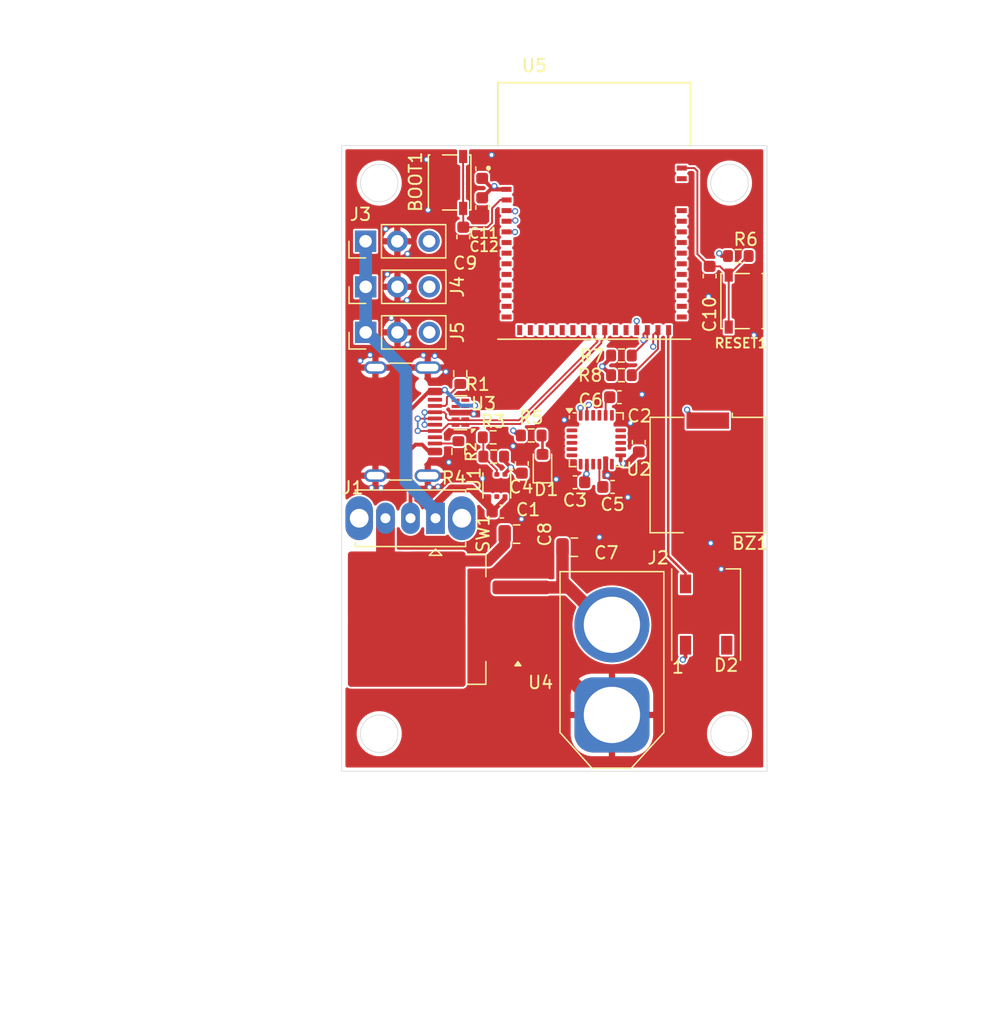
<source format=kicad_pcb>
(kicad_pcb (version 20240108) (generator "pcbnew") (generator_version "8.0")
  (layers (0 "F.Cu" signal) (1 "In1.Cu" power) (2 "In2.Cu" signal) (31 "B.Cu" power) (34 "B.Paste" user) (35 "F.Paste" user) (36 "B.SilkS" user "B.Silkscreen") (37 "F.SilkS" user "F.Silkscreen") (38 "B.Mask" user) (39 "F.Mask" user) (44 "Edge.Cuts" user))
  (net 0 "")
  (net 1 "GND")
  (net 2 "/GPIO47")
  (net 3 "+5V")
  (net 4 "+3V3")
  (net 5 "Net-(U2-REGOUT)")
  (net 6 "Net-(U2-CPOUT)")
  (net 7 "Net-(J2-Pin_2)")
  (net 8 "/5VBAT")
  (net 9 "/GPIO0")
  (net 10 "/ESP32_EN")
  (net 11 "Net-(D1-A)")
  (net 12 "/GPIO48")
  (net 15 "Net-(J1-CC2)")
  (net 16 "/5VUSB")
  (net 17 "/USB_N")
  (net 18 "/USB_P")
  (net 20 "Net-(J1-CC1)")
  (net 21 "/GPIO1")
  (net 22 "/GPIO2")
  (net 23 "/GPIO3")
  (net 24 "Net-(U1-FB)")
  (net 25 "/I2C_SDA")
  (net 26 "/I2C_SCL")
  (footprint "Resistor_SMD:R_0603_1608Metric" (layer "F.Cu") (at 154.35 90.2075)
    (property "Reference" "R5")
    (property "Value" "5.1k")
  )
  (footprint "LED_SMD:LED_WS2812B_PLCC4_5.0x5.0mm_P3.2mm" (layer "F.Cu") (at 168.33 104.52 90)
    (property "Reference" "D2")
    (property "Value" "WS2812B")
  )
  (footprint "Resistor_SMD:R_0603_1608Metric" (layer "F.Cu") (at 161.56 83.82 180)
    (property "Reference" "R7")
    (property "Value" "10k")
  )
  (footprint "Package_TO_SOT_SMD:TO-263-2" (layer "F.Cu") (at 145.9 104.89 180)
    (property "Reference" "U4")
    (property "Value" "LD0186D2T50TR")
  )
  (footprint "Package_DFN_QFN:Diodes_UDFN-10_1.0x2.5mm_P0.5mm" (layer "F.Cu") (at 148.6925 88.39 180)
    (property "Reference" "U3")
    (property "Value" "D3V3XA4B10LP")
  )
  (footprint "Resistor_SMD:R_0603_1608Metric" (layer "F.Cu") (at 170.9 75.87 180)
    (property "Reference" "R6")
    (property "Value" "10k")
  )
  (footprint "Capacitor_SMD:C_0805_2012Metric" (layer "F.Cu") (at 157.8 99.14)
    (property "Reference" "C7")
    (property "Value" "10uF")
  )
  (footprint "Sensor_Motion:InvenSense_QFN-24_4x4mm_P0.5mm" (layer "F.Cu") (at 159.55 90.55)
    (property "Reference" "U2")
    (property "Value" "MPU-6050")
  )
  (footprint "Connector_USB:USB_C_Receptacle_GCT_USB4105-xx-A_16P_TopMnt_Horizontal" (layer "F.Cu") (at 142.975 89.1 -90)
    (property "Reference" "J1")
    (property "Value" "USB_C_Receptacle_USB2.0_16P")
  )
  (footprint "Capacitor_SMD:C_0603_1608Metric" (layer "F.Cu") (at 148.92 74.34 -90)
    (property "Reference" "C9")
    (property "Value" "0.1uF")
  )
  (footprint "ESP32:XCVR_ESP32-S3-MINI-1-N8" (layer "F.Cu") (at 159.38 74.79)
    (property "Reference" "U5")
    (property "Value" "ESP32-S3-MINI-1")
  )
  (footprint "Connector_AMASS:AMASS_XT60-F_1x02_P7.20mm_Vertical" (layer "F.Cu") (at 160.8 112.54 90)
    (property "Reference" "J2")
    (property "Value" "Conn_01x02_Socket")
  )
  (footprint "Capacitor_SMD:C_0603_1608Metric" (layer "F.Cu") (at 161.4 87.15)
    (property "Reference" "C6")
    (property "Value" "220pF")
  )
  (footprint "Capacitor_SMD:C_0805_2012Metric" (layer "F.Cu") (at 153.18 98.09)
    (property "Reference" "C8")
    (property "Value" "10uF")
  )
  (footprint "Resistor_SMD:R_0603_1608Metric" (layer "F.Cu") (at 148.68 85.265 90)
    (property "Reference" "R1")
    (property "Value" "5.1k")
  )
  (footprint "Connector_PinHeader_2.54mm:PinHeader_1x03_P2.54mm_Vertical" (layer "F.Cu") (at 141.119999 78.330001 90)
    (property "Reference" "J4")
    (property "Value" "Conn_01x03_Pin")
  )
  (footprint "Button_Switch_SMD:SW_SPST_PTS810" (layer "F.Cu") (at 171.21 79.47 -90)
    (property "Reference" "RESET1")
    (property "Value" "SW_MEC_5E")
  )
  (footprint "Connector_PinHeader_2.54mm:PinHeader_1x03_P2.54mm_Vertical" (layer "F.Cu") (at 141.110001 74.69 90)
    (property "Reference" "J3")
    (property "Value" "Conn_01x03_Pin")
  )
  (footprint "Capacitor_SMD:C_0603_1608Metric" (layer "F.Cu") (at 152 96.29)
    (property "Reference" "C1")
    (property "Value" "10uF")
  )
  (footprint "Capacitor_SMD:C_0603_1608Metric" (layer "F.Cu") (at 150.43 71.99 -90)
    (property "Reference" "C12")
    (property "Value" "10uF")
  )
  (footprint "Capacitor_SMD:C_0603_1608Metric" (layer "F.Cu") (at 153.6 92.445 90)
    (property "Reference" "C4")
    (property "Value" "10uF")
  )
  (footprint "Resistor_SMD:R_0603_1608Metric" (layer "F.Cu") (at 148.53 91.49 -90)
    (property "Reference" "R4")
    (property "Value" "5.1k")
  )
  (footprint "Resistor_SMD:R_0603_1608Metric" (layer "F.Cu") (at 151.3 90.3575)
    (property "Reference" "R3")
    (property "Value" "200k")
  )
  (footprint "Resistor_SMD:R_0603_1608Metric" (layer "F.Cu") (at 151.35 91.895 180)
    (property "Reference" "R2")
    (property "Value" "1M")
  )
  (footprint "Buzzer_Beeper:Buzzer_Murata_PKMCS0909E" (layer "F.Cu") (at 168.46 93.37 -90)
    (property "Reference" "BZ1")
    (property "Value" "Buzzer")
  )
  (footprint "Capacitor_SMD:C_0603_1608Metric" (layer "F.Cu") (at 168.61 77.47 -90)
    (property "Reference" "C10")
    (property "Value" "0.1uF")
  )
  (footprint "Capacitor_SMD:C_0603_1608Metric" (layer "F.Cu") (at 150.43 68.89 90)
    (property "Reference" "C11")
    (property "Value" "10uF")
  )
  (footprint "Capacitor_SMD:C_0603_1608Metric" (layer "F.Cu") (at 157.85 93.95 180)
    (property "Reference" "C3")
    (property "Value" "0.1uF")
  )
  (footprint "Resistor_SMD:R_0603_1608Metric" (layer "F.Cu") (at 161.56 85.39 180)
    (property "Reference" "R8")
    (property "Value" "10k")
  )
  (footprint "Capacitor_SMD:C_0603_1608Metric" (layer "F.Cu") (at 162.95 90.75 -90)
    (property "Reference" "C2")
    (property "Value" "0.1uF")
  )
  (footprint "Capacitor_SMD:C_0603_1608Metric" (layer "F.Cu") (at 160.85 94.32)
    (property "Reference" "C5")
    (property "Value" "0.1uF")
  )
  (footprint "Button_Switch_THT:SW_Slide_SPDT_Straight_CK_OS102011MS2Q" (layer "F.Cu") (at 146.7 96.8225 180)
    (property "Reference" "SW1")
    (property "Value" "SW_SPDT_312")
  )
  (footprint "Connector_PinHeader_2.54mm:PinHeader_1x03_P2.54mm_Vertical" (layer "F.Cu") (at 141.12 81.97 90)
    (property "Reference" "J5")
    (property "Value" "Conn_01x03_Pin")
  )
  (footprint "Button_Switch_SMD:SW_SPST_PTS810" (layer "F.Cu") (at 147.83 69.99 90)
    (property "Reference" "BOOT1")
    (property "Value" "SW_MEC_5E")
  )
  (footprint "LED_SMD:LED_0603_1608Metric" (layer "F.Cu") (at 155.25 92.5075 90)
    (property "Reference" "D1")
    (property "Value" "LED")
  )
  (footprint "Package_SON:WSON-6-1EP_2x2mm_P0.65mm_EP1x1.6mm" (layer "F.Cu") (at 151.6 94.2075 -90)
    (property "Reference" "U1")
    (property "Value" "TLV75801PDRV")
  )
  (gr_circle (center 142.2 114.04) (end 142.2 115.54) (stroke (width 0.05)) (fill none) (layer "Edge.Cuts"))
  (gr_rect (start 139.2 67.04) (end 173.2 117.04) (stroke (width 0.05)) (fill none) (layer "Edge.Cuts"))
  (gr_circle (center 170.2 70.04) (end 171.7 70.04) (stroke (width 0.05)) (fill none) (layer "Edge.Cuts"))
  (gr_circle (center 170.2 114.04) (end 168.7 114.04) (stroke (width 0.05)) (fill none) (layer "Edge.Cuts"))
  (gr_circle (center 142.2 70.04) (end 140.7 70.04) (stroke (width 0.05)) (fill none) (layer "Edge.Cuts"))
  (segment (start 154.129999 98.09) (end 154.129999 97.449999) (width 0.508) (layer "F.Cu") (net 1))
  (segment (start 160.3 92.5) (end 160.3 93.25) (width 0.254) (layer "F.Cu") (net 1))
  (segment (start 157.6 89.3) (end 157.32 89.3) (width 0.254) (layer "F.Cu") (net 1))
  (segment (start 148.495 92.35) (end 147.77 92.35) (width 0.254) (layer "F.Cu") (net 1))
  (segment (start 153.55 107.43) (end 155.22 107.43) (width 1.016) (layer "F.Cu") (net 1))
  (segment (start 155.925001 93.295001) (end 156.34 93.71) (width 0.254) (layer "F.Cu") (net 1))
  (segment (start 156.58 93.95) (end 156.34 93.71) (width 0.254) (layer "F.Cu") (net 1))
  (segment (start 159.8 98.34) (end 159 99.14) (width 0.254) (layer "F.Cu") (net 1))
  (segment (start 153.51 91.67) (end 152.9 91.06) (width 0.254) (layer "F.Cu") (net 1))
  (segment (start 153.6 91.67) (end 153.51 91.67) (width 0.254) (layer "F.Cu") (net 1))
  (segment (start 162.175 87.15) (end 162.98 87.15) (width 0.254) (layer "F.Cu") (net 1))
  (segment (start 146.755 72.065) (end 146.225 72.065) (width 0.254) (layer "F.Cu") (net 1))
  (segment (start 152.125 90.3575) (end 152.1975 90.3575) (width 0.254) (layer "F.Cu") (net 1))
  (segment (start 152.97 96.29) (end 152.775 96.29) (width 0.254) (layer "F.Cu") (net 1))
  (segment (start 150.95 93.32) (end 150.78 93.32) (width 0.254) (layer "F.Cu") (net 1))
  (segment (start 150.855 68.115) (end 151.18 67.79) (width 0.254) (layer "F.Cu") (net 1))
  (segment (start 162.98 87.15) (end 163.2 86.93) (width 0.254) (layer "F.Cu") (net 1))
  (segment (start 168.61 79.03) (end 168.52 79.12) (width 0.254) (layer "F.Cu") (net 1))
  (segment (start 150.43 68.115) (end 150.855 68.115) (width 0.254) (layer "F.Cu") (net 1))
  (segment (start 153.57 96.89) (end 152.97 96.29) (width 0.254) (layer "F.Cu") (net 1))
  (segment (start 151.0075 94.2075) (end 150.45 93.65) (width 0.254) (layer "F.Cu") (net 1))
  (segment (start 151.6 94.2075) (end 151.0075 94.2075) (width 0.254) (layer "F.Cu") (net 1))
  (segment (start 147.72 92.3) (end 147.77 92.35) (width 0.254) (layer "F.Cu") (net 1))
  (segment (start 162.95 89.88) (end 162.28 89.21) (width 0.254) (layer "F.Cu") (net 1))
  (segment (start 146.225 72.065) (end 146.09 72.2) (width 0.254) (layer "F.Cu") (net 1))
  (segment (start 146.655 92.3) (end 147.72 92.3) (width 0.254) (layer "F.Cu") (net 1))
  (segment (start 154.129999 97.449999) (end 153.57 96.89) (width 0.508) (layer "F.Cu") (net 1))
  (segment (start 148.68 84.44) (end 148.19 84.44) (width 0.254) (layer "F.Cu") (net 1))
  (segment (start 162.19 89.3) (end 162.28 89.21) (width 0.254) (layer "F.Cu") (net 1))
  (segment (start 169.98 101.33) (end 169.54 100.89) (width 0.254) (layer "F.Cu") (net 1))
  (segment (start 148.53 92.315) (end 148.495 92.35) (width 0.254) (layer "F.Cu") (net 1))
  (segment (start 172.285 81.545) (end 172.285 82.055) (width 0.254) (layer "F.Cu") (net 1))
  (segment (start 161.5 89.3) (end 162.19 89.3) (width 0.254) (layer "F.Cu") (net 1))
  (segment (start 162.95 89.975) (end 162.95 89.88) (width 0.254) (layer "F.Cu") (net 1))
  (segment (start 155.25 93.295001) (end 155.925001 93.295001) (width 0.254) (layer "F.Cu") (net 1))
  (segment (start 157.32 89.3) (end 156.99 88.97) (width 0.254) (layer "F.Cu") (net 1))
  (segment (start 150.78 93.32) (end 150.45 93.65) (width 0.254) (layer "F.Cu") (net 1))
  (segment (start 169.98 102.07) (end 169.98 101.33) (width 0.254) (layer "F.Cu") (net 1))
  (segment (start 168.61 78.245) (end 168.61 79.03) (width 0.254) (layer "F.Cu") (net 1))
  (segment (start 172.285 82.055) (end 172.15 82.19) (width 0.254) (layer "F.Cu") (net 1))
  (segment (start 152.1975 90.3575) (end 152.9 91.06) (width 0.254) (layer "F.Cu") (net 1))
  (segment (start 149.65 88.39) (end 149.75 88.49) (width 0.3048) (layer "F.Cu") (net 1))
  (segment (start 159 99.14) (end 158.749999 99.14) (width 0.254) (layer "F.Cu") (net 1))
  (segment (start 157.075 93.95) (end 156.58 93.95) (width 0.254) (layer "F.Cu") (net 1))
  (segment (start 148.279999 88.39) (end 149.65 88.39) (width 0.3048) (layer "F.Cu") (net 1))
  (segment (start 162.07 95.15) (end 161.625 94.705) (width 0.254) (layer "F.Cu") (net 1))
  (segment (start 161.625 94.705) (end 161.625 94.32) (width 0.254) (layer "F.Cu") (net 1))
  (segment (start 146.235 67.915) (end 145.99 68.16) (width 0.254) (layer "F.Cu") (net 1))
  (segment (start 160.3 93.25) (end 160.44 93.39) (width 0.254) (layer "F.Cu") (net 1))
  (segment (start 146.755 67.915) (end 146.235 67.915) (width 0.254) (layer "F.Cu") (net 1))
  (segment (start 148.19 84.44) (end 147.52 85.11) (width 0.254) (layer "F.Cu") (net 1))
  (segment (start 146.655 85.9) (end 146.73 85.9) (width 0.254) (layer "F.Cu") (net 1))
  (segment (start 146.73 85.9) (end 147.52 85.11) (width 0.254) (layer "F.Cu") (net 1))
  (segment (start 155.22 107.43) (end 160.33 112.54) (width 1.016) (layer "F.Cu") (net 1))
  (segment (start 160.33 112.54) (end 160.8 112.54) (width 1.016) (layer "F.Cu") (net 1))
  (segment (start 168.46 97.719999) (end 168.46 98.57) (width 0.254) (layer "F.Cu") (net 1))
  (segment (start 168.46 98.57) (end 168.7 98.81) (width 0.254) (layer "F.Cu") (net 1))
  (via (at 144.46 75.7) (size 0.5) (drill 0.3) (layers "F.Cu" "B.Cu") (net 1))
  (via (at 144.47 82.96) (size 0.5) (drill 0.3) (layers "F.Cu" "B.Cu") (net 1))
  (via (at 153.57 96.89) (size 0.5) (drill 0.3) (layers "F.Cu" "B.Cu") (net 1))
  (via (at 147.52 85.11) (size 0.5) (drill 0.3) (layers "F.Cu" "B.Cu") (net 1))
  (via (at 160.44 93.39) (size 0.5) (drill 0.3) (layers "F.Cu" "B.Cu") (net 1))
  (via (at 145.99 68.16) (size 0.5) (drill 0.3) (layers "F.Cu" "B.Cu") (net 1))
  (via (at 147.77 92.35) (size 0.5) (drill 0.3) (layers "F.Cu" "B.Cu") (net 1))
  (via (at 146.89 94.31) (size 0.5) (drill 0.3) (layers "F.Cu" "B.Cu") (net 1))
  (via (at 152.9 91.06) (size 0.5) (drill 0.3) (layers "F.Cu" "B.Cu") (net 1))
  (via (at 151.18 67.79) (size 0.5) (drill 0.3) (layers "F.Cu" "B.Cu") (net 1))
  (via (at 142.71 73.71) (size 0.5) (drill 0.3) (layers "F.Cu" "B.Cu") (net 1))
  (via (at 162.28 89.21) (size 0.5) (drill 0.3) (layers "F.Cu" "B.Cu") (net 1))
  (via (at 142.34 94.42) (size 0.5) (drill 0.3) (layers "F.Cu" "B.Cu") (net 1))
  (via (at 159.8 98.34) (size 0.5) (drill 0.3) (layers "F.Cu" "B.Cu") (net 1))
  (via (at 145.73 83.8) (size 0.5) (drill 0.3) (layers "F.Cu" "B.Cu") (net 1))
  (via (at 146.645361 83.8473) (size 0.5) (drill 0.3) (layers "F.Cu" "B.Cu") (net 1))
  (via (at 142.84 77.33) (size 0.5) (drill 0.3) (layers "F.Cu" "B.Cu") (net 1))
  (via (at 141.47 83.78) (size 0.5) (drill 0.3) (layers "F.Cu" "B.Cu") (net 1))
  (via (at 156.34 93.71) (size 0.5) (drill 0.3) (layers "F.Cu" "B.Cu") (net 1))
  (via (at 150.45 93.65) (size 0.5) (drill 0.3) (layers "F.Cu" "B.Cu") (net 1))
  (via (at 169.54 100.89) (size 0.5) (drill 0.3) (layers "F.Cu" "B.Cu") (net 1))
  (via (at 168.52 79.12) (size 0.5) (drill 0.3) (layers "F.Cu" "B.Cu") (net 1))
  (via (at 163.2 86.93) (size 0.5) (drill 0.3) (layers "F.Cu" "B.Cu") (net 1))
  (via (at 149.75 88.49) (size 0.5) (drill 0.3) (layers "F.Cu" "B.Cu") (net 1))
  (via (at 172.15 82.19) (size 0.5) (drill 0.3) (layers "F.Cu" "B.Cu") (net 1))
  (via (at 146.09 72.2) (size 0.5) (drill 0.3) (layers "F.Cu" "B.Cu") (net 1))
  (via (at 140.68 84.24) (size 0.5) (drill 0.3) (layers "F.Cu" "B.Cu") (net 1))
  (via (at 162.07 95.15) (size 0.5) (drill 0.3) (layers "F.Cu" "B.Cu") (net 1))
  (via (at 143.17 80.82) (size 0.5) (drill 0.3) (layers "F.Cu" "B.Cu") (net 1))
  (via (at 141.59 94.39) (size 0.5) (drill 0.3) (layers "F.Cu" "B.Cu") (net 1))
  (via (at 144.42 79.41) (size 0.5) (drill 0.3) (layers "F.Cu" "B.Cu") (net 1))
  (via (at 146.22 94.34) (size 0.5) (drill 0.3) (layers "F.Cu" "B.Cu") (net 1))
  (via (at 156.99 88.97) (size 0.5) (drill 0.3) (layers "F.Cu" "B.Cu") (net 1))
  (via (at 168.7 98.81) (size 0.5) (drill 0.3) (layers "F.Cu" "B.Cu") (net 1))
  (segment (start 162.78 81.06) (end 162.78 81.79) (width 0.1524) (layer "F.Cu") (net 2))
  (segment (start 168.46 89.020001) (end 167.680001 89.020001) (width 0.1524) (layer "F.Cu") (net 2))
  (segment (start 167.680001 89.020001) (end 166.81 88.15) (width 0.1524) (layer "F.Cu") (net 2))
  (via (at 162.78 81.06) (size 0.5) (drill 0.3) (layers "F.Cu" "B.Cu") (net 2))
  (via (at 166.81 88.15) (size 0.5) (drill 0.3) (layers "F.Cu" "B.Cu") (net 2))
  (segment (start 149.55 94.44) (end 150.205 95.095) (width 0.381) (layer "F.Cu") (net 3))
  (segment (start 151.225 96.115) (end 151.225 96.29) (width 0.635) (layer "F.Cu") (net 3))
  (segment (start 152.25 95.265) (end 151.225 96.29) (width 0.381) (layer "F.Cu") (net 3))
  (segment (start 152.25 95.095) (end 152.25 95.265) (width 0.381) (layer "F.Cu") (net 3))
  (segment (start 150.95 95.095) (end 150.95 96.015) (width 0.381) (layer "F.Cu") (net 3))
  (segment (start 146.7 95.71) (end 146.7 96.8225) (width 0.635) (layer "F.Cu") (net 3))
  (segment (start 149.55 94.44) (end 151.225 96.115) (width 0.635) (layer "F.Cu") (net 3))
  (segment (start 149.55 94.44) (end 147.97 94.44) (width 0.635) (layer "F.Cu") (net 3))
  (segment (start 150.95 96.015) (end 151.225 96.29) (width 0.381) (layer "F.Cu") (net 3))
  (segment (start 147.97 94.44) (end 146.7 95.71) (width 0.635) (layer "F.Cu") (net 3))
  (segment (start 150.205 95.095) (end 150.95 95.095) (width 0.381) (layer "F.Cu") (net 3))
  (segment (start 144.33 93.87) (end 144.33 85.05) (width 1.016) (layer "B.Cu") (net 3))
  (segment (start 141.119999 74.699998) (end 141.110001 74.69) (width 1.016) (layer "B.Cu") (net 3))
  (segment (start 146.7 96.8225) (end 146.7 96.24) (width 1.016) (layer "B.Cu") (net 3))
  (segment (start 141.12 81.97) (end 141.12 78.330002) (width 1.016) (layer "B.Cu") (net 3))
  (segment (start 141.12 78.330002) (end 141.119999 78.330001) (width 1.016) (layer "B.Cu") (net 3))
  (segment (start 141.25 81.97) (end 141.12 81.97) (width 1.016) (layer "B.Cu") (net 3))
  (segment (start 146.7 96.24) (end 144.33 93.87) (width 1.016) (layer "B.Cu") (net 3))
  (segment (start 144.33 85.05) (end 141.25 81.97) (width 1.016) (layer "B.Cu") (net 3))
  (segment (start 141.119999 78.330001) (end 141.119999 74.699998) (width 1.016) (layer "B.Cu") (net 3))
  (segment (start 169.38 75.66) (end 169.59 75.87) (width 0.3048) (layer "F.Cu") (net 4))
  (segment (start 151.105 70.54) (end 150.43 71.215) (width 0.3048) (layer "F.Cu") (net 4))
  (segment (start 152.38 70.54) (end 151.66 70.54) (width 0.3048) (layer "F.Cu") (net 4))
  (segment (start 151.305 70.54) (end 150.43 69.665) (width 0.3048) (layer "F.Cu") (net 4))
  (segment (start 152.25 93.25) (end 152.73 92.77) (width 0.3048) (layer "F.Cu") (net 4))
  (segment (start 152.25 93.32) (end 152.25 93.25) (width 0.3048) (layer "F.Cu") (net 4))
  (segment (start 166.68 106.97) (end 166.68 107.91) (width 0.3048) (layer "F.Cu") (net 4))
  (segment (start 153.18 93.22) (end 152.73 92.77) (width 0.3048) (layer "F.Cu") (net 4))
  (segment (start 169.59 75.87) (end 170.075 75.87) (width 0.3048) (layer "F.Cu") (net 4))
  (segment (start 158.625 93.95) (end 158.625 93.425) (width 0.3048) (layer "F.Cu") (net 4))
  (segment (start 153.525 90.2075) (end 153.3075 90.2075) (width 0.3048) (layer "F.Cu") (net 4))
  (segment (start 158.8 92.5) (end 158.8 93.25) (width 0.3048) (layer "F.Cu") (net 4))
  (segment (start 158.625 93.425) (end 158.77 93.28) (width 0.3048) (layer "F.Cu") (net 4))
  (segment (start 151.66 70.54) (end 151.4 70.28) (width 0.3048) (layer "F.Cu") (net 4))
  (segment (start 166.68 107.91) (end 166.47 108.12) (width 0.3048) (layer "F.Cu") (net 4))
  (segment (start 153.3075 90.2075) (end 152.92 89.82) (width 0.3048) (layer "F.Cu") (net 4))
  (segment (start 158.8 93.25) (end 158.77 93.28) (width 0.3048) (layer "F.Cu") (net 4))
  (segment (start 162.035 92.44) (end 162.95 91.525) (width 0.508) (layer "F.Cu") (net 4))
  (segment (start 152.175 92.215) (end 152.73 92.77) (width 0.3048) (layer "F.Cu") (net 4))
  (segment (start 161.7 92.44) (end 162.035 92.44) (width 0.508) (layer "F.Cu") (net 4))
  (segment (start 152.175 91.895) (end 152.175 92.215) (width 0.3048) (layer "F.Cu") (net 4))
  (segment (start 160.735 85.39) (end 160.73 85.39) (width 0.3048) (layer "F.Cu") (net 4))
  (segment (start 152.38 70.54) (end 151.305 70.54) (width 0.3048) (layer "F.Cu") (net 4))
  (segment (start 152.38 70.54) (end 151.105 70.54) (width 0.3048) (layer "F.Cu") (net 4))
  (segment (start 160.735 83.82) (end 160.735 83.985) (width 0.3048) (layer "F.Cu") (net 4))
  (segment (start 153.6 93.22) (end 153.18 93.22) (width 0.3048) (layer "F.Cu") (net 4))
  (segment (start 161.5 91.8) (end 161.5 92.24) (width 0.3048) (layer "F.Cu") (net 4))
  (segment (start 160.735 83.985) (end 160.03 84.69) (width 0.3048) (layer "F.Cu") (net 4))
  (segment (start 161.5 92.24) (end 161.7 92.44) (width 0.3048) (layer "F.Cu") (net 4))
  (segment (start 160.73 85.39) (end 160.03 84.69) (width 0.3048) (layer "F.Cu") (net 4))
  (via (at 158.77 93.28) (size 0.5) (drill 0.3) (layers "F.Cu" "B.Cu") (net 4))
  (via (at 152.92 89.82) (size 0.5) (drill 0.3) (layers "F.Cu" "B.Cu") (net 4))
  (via (at 166.47 108.12) (size 0.5) (drill 0.3) (layers "F.Cu" "B.Cu") (net 4))
  (via (at 161.7 92.44) (size 0.5) (drill 0.3) (layers "F.Cu" "B.Cu") (net 4))
  (via (at 169.38 75.66) (size 0.5) (drill 0.3) (layers "F.Cu" "B.Cu") (net 4))
  (via (at 152.73 92.77) (size 0.5) (drill 0.3) (layers "F.Cu" "B.Cu") (net 4))
  (via (at 151.4 70.28) (size 0.5) (drill 0.3) (layers "F.Cu" "B.Cu") (net 4))
  (via (at 160.03 84.69) (size 0.5) (drill 0.3) (layers "F.Cu" "B.Cu") (net 4))
  (segment (start 159.8 94.045) (end 160.075 94.32) (width 0.1524) (layer "F.Cu") (net 5))
  (segment (start 159.8 92.5) (end 159.8 94.045) (width 0.1524) (layer "F.Cu") (net 5))
  (segment (start 160.3 88.6) (end 160.3 87.475) (width 0.1524) (layer "F.Cu") (net 6))
  (segment (start 160.3 87.475) (end 160.625 87.15) (width 0.1524) (layer "F.Cu") (net 6))
  (segment (start 159.47 104.48) (end 159.94 104.48) (width 0.9906) (layer "F.Cu") (net 7))
  (segment (start 156.850001 99.14) (end 156.850001 101.860001) (width 0.9906) (layer "F.Cu") (net 7))
  (segment (start 156.850001 101.860001) (end 159.47 104.48) (width 0.9906) (layer "F.Cu") (net 7))
  (segment (start 153.55 102.35) (end 157.34 102.35) (width 0.9906) (layer "F.Cu") (net 7))
  (segment (start 157.34 102.35) (end 159.47 104.48) (width 0.9906) (layer "F.Cu") (net 7))
  (segment (start 159.94 104.48) (end 160.8 105.34) (width 0.9906) (layer "F.Cu") (net 7))
  (segment (start 148.7 100.24) (end 146.825 102.115) (width 0.889) (layer "F.Cu") (net 8))
  (segment (start 142.7 96.8225) (end 142.7 101.39) (width 1.4986) (layer "F.Cu") (net 8))
  (segment (start 152.230001 98.09) (end 152.230001 98.939999) (width 0.889) (layer "F.Cu") (net 8))
  (segment (start 142.7 101.39) (end 141.975 102.115) (width 1.4986) (layer "F.Cu") (net 8))
  (segment (start 152.230001 98.939999) (end 150.93 100.24) (width 0.889) (layer "F.Cu") (net 8))
  (segment (start 150.93 100.24) (end 148.7 100.24) (width 0.889) (layer "F.Cu") (net 8))
  (segment (start 150.865 73.565) (end 151.22 73.21) (width 0.1524) (layer "F.Cu") (net 9))
  (segment (start 148.92 73.565) (end 150.865 73.565) (width 0.1524) (layer "F.Cu") (net 9))
  (segment (start 148.905 72.065) (end 148.905 67.915) (width 0.1524) (layer "F.Cu") (net 9))
  (segment (start 151.22 73.21) (end 151.22 72.05) (width 0.1524) (layer "F.Cu") (net 9))
  (segment (start 151.89 71.38) (end 152.37 71.38) (width 0.1524) (layer "F.Cu") (net 9))
  (segment (start 151.22 72.05) (end 151.89 71.38) (width 0.1524) (layer "F.Cu") (net 9))
  (segment (start 152.37 71.38) (end 152.38 71.39) (width 0.1524) (layer "F.Cu") (net 9))
  (segment (start 148.92 72.08) (end 148.905 72.065) (width 0.1524) (layer "F.Cu") (net 9))
  (segment (start 148.92 73.565) (end 148.92 72.08) (width 0.1524) (layer "F.Cu") (net 9))
  (segment (start 167.39 68.84) (end 167.63 69.08) (width 0.1524) (layer "F.Cu") (net 10))
  (segment (start 170.135 77.395) (end 171.66 75.87) (width 0.1524) (layer "F.Cu") (net 10))
  (segment (start 168.61 76.695) (end 169.435 76.695) (width 0.1524) (layer "F.Cu") (net 10))
  (segment (start 169.435 76.695) (end 170.135 77.395) (width 0.1524) (layer "F.Cu") (net 10))
  (segment (start 167.63 69.08) (end 167.63 75.715) (width 0.1524) (layer "F.Cu") (net 10))
  (segment (start 166.38 68.84) (end 167.39 68.84) (width 0.1524) (layer "F.Cu") (net 10))
  (segment (start 167.63 75.715) (end 168.61 76.695) (width 0.1524) (layer "F.Cu") (net 10))
  (segment (start 171.66 75.87) (end 171.725 75.87) (width 0.1524) (layer "F.Cu") (net 10))
  (segment (start 170.135 81.545) (end 170.135 77.395) (width 0.1524) (layer "F.Cu") (net 10))
  (segment (start 155.25 91.719999) (end 155.25 90.2825) (width 0.2032) (layer "F.Cu") (net 11))
  (segment (start 155.25 90.2825) (end 155.175 90.2075) (width 0.2032) (layer "F.Cu") (net 11))
  (segment (start 166.68 102.07) (end 166.68 101.22) (width 0.2032) (layer "F.Cu") (net 12))
  (segment (start 165.3 99.84) (end 165.3 81.82) (width 0.2032) (layer "F.Cu") (net 12))
  (segment (start 166.68 101.22) (end 165.3 99.84) (width 0.2032) (layer "F.Cu") (net 12))
  (segment (start 165.3 81.82) (end 165.33 81.79) (width 0.2032) (layer "F.Cu") (net 12))
  (segment (start 148.345 90.85) (end 148.53 90.665) (width 0.1524) (layer "F.Cu") (net 15))
  (segment (start 146.655 90.85) (end 148.345 90.85) (width 0.1524) (layer "F.Cu") (net 15))
  (segment (start 146.655 86.7) (end 146.17 86.7) (width 0.3048) (layer "F.Cu") (net 16))
  (segment (start 146.19 91.5) (end 145.63 90.94) (width 0.3048) (layer "F.Cu") (net 16))
  (segment (start 149.86 87.82) (end 149.120199 87.82) (width 0.3048) (layer "F.Cu") (net 16))
  (segment (start 149.079999 87.89) (end 148.305001 87.89) (width 0.2032) (layer "F.Cu") (net 16))
  (segment (start 149.120199 87.82) (end 149.079999 87.8602) (width 0.3048) (layer "F.Cu") (net 16))
  (segment (start 146.17 86.7) (end 144.7 88.17) (width 0.3048) (layer "F.Cu") (net 16))
  (segment (start 145.1 90.94) (end 144.7 91.34) (width 0.3048) (layer "F.Cu") (net 16))
  (segment (start 146.655 91.5) (end 146.19 91.5) (width 0.3048) (layer "F.Cu") (net 16))
  (segment (start 144.7 91.34) (end 144.7 96.8225) (width 0.3048) (layer "F.Cu") (net 16))
  (segment (start 147.31 86.7) (end 147.44 86.57) (width 0.3048) (layer "F.Cu") (net 16))
  (segment (start 145.63 90.94) (end 145.1 90.94) (width 0.3048) (layer "F.Cu") (net 16))
  (segment (start 146.655 86.7) (end 147.31 86.7) (width 0.3048) (layer "F.Cu") (net 16))
  (segment (start 144.7 88.17) (end 144.7 91.34) (width 0.3048) (layer "F.Cu") (net 16))
  (via (at 147.44 86.57) (size 0.5) (drill 0.3) (layers "F.Cu" "B.Cu") (net 16))
  (via (at 149.86 87.82) (size 0.5) (drill 0.3) (layers "F.Cu" "B.Cu") (net 16))
  (segment (start 147.44 86.57) (end 148.69 87.82) (width 0.3048) (layer "B.Cu") (net 16))
  (segment (start 148.69 87.82) (end 149.86 87.82) (width 0.3048) (layer "B.Cu") (net 16))
  (segment (start 145.845 88.35) (end 145.83 88.365) (width 0.145819) (layer "F.Cu") (net 17))
  (segment (start 159.655891 82.703235) (end 159.655891 82.665892) (width 0.145819) (layer "F.Cu") (net 17))
  (segment (start 159.38 82.390001) (end 159.38 81.79) (width 0.145819) (layer "F.Cu") (net 17))
  (segment (start 147.53 88.79) (end 147.730891 88.990891) (width 0.145819) (layer "F.Cu") (net 17))
  (segment (start 147.730891 88.990891) (end 149.18089 88.990891) (width 0.145819) (layer "F.Cu") (net 17))
  (segment (start 149.079999 88.89) (end 149.18089 88.990891) (width 0.145819) (layer "F.Cu") (net 17))
  (segment (start 146.655 88.35) (end 145.845 88.35) (width 0.145819) (layer "F.Cu") (net 17))
  (segment (start 153.368235 88.990891) (end 159.655891 82.703235) (width 0.145819) (layer "F.Cu") (net 17))
  (segment (start 147.39 88.35) (end 147.53 88.49) (width 0.145819) (layer "F.Cu") (net 17))
  (segment (start 146.655 88.35) (end 147.39 88.35) (width 0.145819) (layer "F.Cu") (net 17))
  (segment (start 147.53 88.49) (end 147.53 88.79) (width 0.145819) (layer "F.Cu") (net 17))
  (segment (start 145.83 89.35) (end 146.655 89.35) (width 0.145819) (layer "F.Cu") (net 17))
  (segment (start 149.18089 88.990891) (end 153.368235 88.990891) (width 0.145819) (layer "F.Cu") (net 17))
  (segment (start 159.655891 82.665892) (end 159.38 82.390001) (width 0.145819) (layer "F.Cu") (net 17))
  (segment (start 148.305001 88.89) (end 148.20411 88.990891) (width 0.145819) (layer "F.Cu") (net 17))
  (via (at 145.83 89.35) (size 0.5) (drill 0.3) (layers "F.Cu" "B.Cu") (net 17))
  (via (at 145.83 88.365) (size 0.5) (drill 0.3) (layers "F.Cu" "B.Cu") (net 17))
  (segment (start 145.83 88.365) (end 145.83 89.35) (width 0.145819) (layer "B.Cu") (net 17))
  (segment (start 145.29 89.85) (end 145.28 89.84) (width 0.145819) (layer "F.Cu") (net 18))
  (segment (start 159.954109 82.665892) (end 160.23 82.390001) (width 0.145819) (layer "F.Cu") (net 18))
  (segment (start 146.655 89.85) (end 147.17 89.85) (width 0.145819) (layer "F.Cu") (net 18))
  (segment (start 146.655 88.85) (end 146.655 88.865) (width 0.145819) (layer "F.Cu") (net 18))
  (segment (start 149.18089 89.28911) (end 153.491764 89.28911) (width 0.145819) (layer "F.Cu") (net 18))
  (segment (start 153.491764 89.28911) (end 159.954109 82.826765) (width 0.145819) (layer "F.Cu") (net 18))
  (segment (start 147.73089 89.28911) (end 149.18089 89.28911) (width 0.145819) (layer "F.Cu") (net 18))
  (segment (start 146.655 89.85) (end 145.29 89.85) (width 0.145819) (layer "F.Cu") (net 18))
  (segment (start 147.17 89.85) (end 147.73089 89.28911) (width 0.145819) (layer "F.Cu") (net 18))
  (segment (start 146.64 88.865) (end 146.655 88.85) (width 0.145819) (layer "F.Cu") (net 18))
  (segment (start 160.23 82.390001) (end 160.23 81.79) (width 0.145819) (layer "F.Cu") (net 18))
  (segment (start 148.305 89.39) (end 148.20411 89.28911) (width 0.145819) (layer "F.Cu") (net 18))
  (segment (start 149.08 89.39) (end 149.18089 89.28911) (width 0.145819) (layer "F.Cu") (net 18))
  (segment (start 159.954109 82.826765) (end 159.954109 82.665892) (width 0.145819) (layer "F.Cu") (net 18))
  (segment (start 145.28 88.865) (end 146.64 88.865) (width 0.145819) (layer "F.Cu") (net 18))
  (via (at 145.28 88.865) (size 0.5) (drill 0.3) (layers "F.Cu" "B.Cu") (net 18))
  (via (at 145.28 89.84) (size 0.5) (drill 0.3) (layers "F.Cu" "B.Cu") (net 18))
  (segment (start 145.28 89.84) (end 145.28 88.865) (width 0.145819) (layer "B.Cu") (net 18))
  (segment (start 146.655 87.85) (end 147.46 87.85) (width 0.1524) (layer "F.Cu") (net 20))
  (segment (start 147.61 87.16) (end 148.68 86.09) (width 0.1524) (layer "F.Cu") (net 20))
  (segment (start 147.61 87.7) (end 147.61 87.16) (width 0.1524) (layer "F.Cu") (net 20))
  (segment (start 147.46 87.85) (end 147.61 87.7) (width 0.1524) (layer "F.Cu") (net 20))
  (segment (start 152.43 72.29) (end 152.38 72.24) (width 0.1524) (layer "F.Cu") (net 21))
  (segment (start 153.06 72.29) (end 152.43 72.29) (width 0.1524) (layer "F.Cu") (net 21))
  (via (at 153.06 72.29) (size 0.5) (drill 0.3) (layers "F.Cu" "B.Cu") (net 21))
  (segment (start 153.06 72.29) (end 152.97 72.38) (width 0.1524) (layer "B.Cu") (net 21))
  (segment (start 146.29 74.59) (end 146.19 74.69) (width 0.1524) (layer "B.Cu") (net 21))
  (segment (start 152.44 73.03) (end 152.38 73.09) (width 0.1524) (layer "F.Cu") (net 22))
  (segment (start 153.08 73.03) (end 152.44 73.03) (width 0.1524) (layer "F.Cu") (net 22))
  (via (at 153.08 73.03) (size 0.5) (drill 0.3) (layers "F.Cu" "B.Cu") (net 22))
  (segment (start 153.01 73.1) (end 153.08 73.03) (width 0.1524) (layer "B.Cu") (net 22))
  (segment (start 153.04 73.94) (end 152.38 73.94) (width 0.1524) (layer "F.Cu") (net 23))
  (segment (start 153.05 73.95) (end 153.04 73.94) (width 0.1524) (layer "F.Cu") (net 23))
  (via (at 153.05 73.95) (size 0.5) (drill 0.3) (layers "F.Cu" "B.Cu") (net 23))
  (segment (start 153.05 73.95) (end 152.92 73.95) (width 0.1524) (layer "B.Cu") (net 23))
  (segment (start 151.6 92.97) (end 150.525 91.895) (width 0.1524) (layer "F.Cu") (net 24))
  (segment (start 150.525 90.4075) (end 150.475 90.3575) (width 0.1524) (layer "F.Cu") (net 24))
  (segment (start 150.525 91.895) (end 150.525 90.4075) (width 0.1524) (layer "F.Cu") (net 24))
  (segment (start 151.6 93.32) (end 151.6 92.97) (width 0.1524) (layer "F.Cu") (net 24))
  (segment (start 158.3 88.01) (end 158.29 88) (width 0.1524) (layer "F.Cu") (net 25))
  (segment (start 163.63 82.575) (end 162.385 83.82) (width 0.1524) (layer "F.Cu") (net 25))
  (segment (start 163.32 82.1) (end 163.63 81.79) (width 0.1524) (layer "F.Cu") (net 25))
  (segment (start 163.32 82.59) (end 163.32 82.1) (width 0.1524) (layer "F.Cu") (net 25))
  (segment (start 163.63 81.79) (end 163.63 82.575) (width 0.1524) (layer "F.Cu") (net 25))
  (segment (start 158.3 88.6) (end 158.3 88.01) (width 0.1524) (layer "F.Cu") (net 25))
  (via (at 158.29 88) (size 0.5) (drill 0.3) (layers "F.Cu" "B.Cu") (net 25))
  (via (at 163.32 82.59) (size 0.5) (drill 0.3) (layers "F.Cu" "B.Cu") (net 25))
  (segment (start 164.48 81.79) (end 164.48 83.295) (width 0.1524) (layer "F.Cu") (net 26))
  (segment (start 158.8 88.6) (end 158.8 87.91) (width 0.1524) (layer "F.Cu") (net 26))
  (segment (start 164.1 83.11) (end 164.1 82.17) (width 0.1524) (layer "F.Cu") (net 26))
  (segment (start 158.8 87.91) (end 158.95 87.76) (width 0.1524) (layer "F.Cu") (net 26))
  (segment (start 164.48 83.295) (end 162.385 85.39) (width 0.1524) (layer "F.Cu") (net 26))
  (segment (start 164.1 82.17) (end 164.48 81.79) (width 0.1524) (layer "F.Cu") (net 26))
  (via (at 164.1 83.11) (size 0.5) (drill 0.3) (layers "F.Cu" "B.Cu") (net 26))
  (via (at 158.95 87.76) (size 0.5) (drill 0.3) (layers "F.Cu" "B.Cu") (net 26))
  (zone (net 1) (net_name "GND") (layer "F.Cu") (connect_pads thru_hole_only (clearance 0.1524)) (min_thickness 0.25) (fill yes (thermal_gap 0.3) (thermal_bridge_width 0.5))
    (polygon (pts (xy 112.37 56.37) (xy 192.47 55.41) (xy 188.15 137.26) (xy 111.89 132.47)))
  )
  (zone (net 0) (net_name "") (layer "F.Cu") (connect_pads thru_hole_only (clearance 0)) (min_thickness 0.25)
    (keepout (tracks allowed) (vias not_allowed) (pads not_allowed) (copperpour not_allowed) (footprints allowed))
    (fill (thermal_gap 0.3) (thermal_bridge_width 0.5))
    (polygon (pts (xy 150.25 88.18) (xy 153.37 88.15) (xy 158.58 82.6) (xy 160.7 82.65) (xy 154.63 89.37) (xy 150.34 89.5)))
  )
)
</source>
